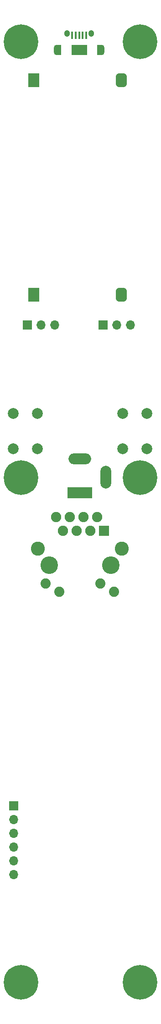
<source format=gbr>
%TF.GenerationSoftware,KiCad,Pcbnew,6.0.5-a6ca702e91~116~ubuntu20.04.1*%
%TF.CreationDate,2022-06-28T21:19:43+02:00*%
%TF.ProjectId,MCH-light,4d43482d-6c69-4676-9874-2e6b69636164,rev?*%
%TF.SameCoordinates,Original*%
%TF.FileFunction,Soldermask,Bot*%
%TF.FilePolarity,Negative*%
%FSLAX46Y46*%
G04 Gerber Fmt 4.6, Leading zero omitted, Abs format (unit mm)*
G04 Created by KiCad (PCBNEW 6.0.5-a6ca702e91~116~ubuntu20.04.1) date 2022-06-28 21:19:43*
%MOMM*%
%LPD*%
G01*
G04 APERTURE LIST*
G04 Aperture macros list*
%AMRoundRect*
0 Rectangle with rounded corners*
0 $1 Rounding radius*
0 $2 $3 $4 $5 $6 $7 $8 $9 X,Y pos of 4 corners*
0 Add a 4 corners polygon primitive as box body*
4,1,4,$2,$3,$4,$5,$6,$7,$8,$9,$2,$3,0*
0 Add four circle primitives for the rounded corners*
1,1,$1+$1,$2,$3*
1,1,$1+$1,$4,$5*
1,1,$1+$1,$6,$7*
1,1,$1+$1,$8,$9*
0 Add four rect primitives between the rounded corners*
20,1,$1+$1,$2,$3,$4,$5,0*
20,1,$1+$1,$4,$5,$6,$7,0*
20,1,$1+$1,$6,$7,$8,$9,0*
20,1,$1+$1,$8,$9,$2,$3,0*%
G04 Aperture macros list end*
%ADD10R,1.700000X1.700000*%
%ADD11O,1.700000X1.700000*%
%ADD12C,6.400000*%
%ADD13R,4.600000X2.000000*%
%ADD14O,4.200000X2.000000*%
%ADD15O,2.000000X4.200000*%
%ADD16RoundRect,0.500000X-0.500000X0.750000X-0.500000X-0.750000X0.500000X-0.750000X0.500000X0.750000X0*%
%ADD17R,2.000000X2.500000*%
%ADD18C,2.000000*%
%ADD19R,0.400000X1.350000*%
%ADD20R,0.875000X1.900000*%
%ADD21O,1.050000X1.250000*%
%ADD22O,1.000000X1.900000*%
%ADD23R,2.900000X1.900000*%
%ADD24C,3.250000*%
%ADD25C,2.600000*%
%ADD26C,1.890000*%
%ADD27R,1.900000X1.900000*%
%ADD28C,1.900000*%
G04 APERTURE END LIST*
D10*
%TO.C,J1*%
X117627000Y-162839000D03*
D11*
X117627000Y-165379000D03*
X117627000Y-167919000D03*
X117627000Y-170459000D03*
X117627000Y-172999000D03*
X117627000Y-175539000D03*
%TD*%
D12*
%TO.C,H1*%
X141104000Y-102197017D03*
%TD*%
D10*
%TO.C,J8*%
X134237820Y-73978017D03*
D11*
X136777820Y-73978017D03*
X139317820Y-73978017D03*
%TD*%
D12*
%TO.C,H5*%
X141104000Y-195415017D03*
%TD*%
D10*
%TO.C,J9*%
X120142000Y-73978017D03*
D11*
X122682000Y-73978017D03*
X125222000Y-73978017D03*
%TD*%
D12*
%TO.C,H6*%
X119006000Y-195415017D03*
%TD*%
%TO.C,H4*%
X141104000Y-21679017D03*
%TD*%
%TO.C,H3*%
X119005999Y-21679017D03*
%TD*%
%TO.C,H2*%
X119006000Y-102197017D03*
%TD*%
D13*
%TO.C,J2*%
X129936000Y-104991017D03*
D14*
X129936000Y-98691017D03*
D15*
X134736000Y-102091017D03*
%TD*%
D16*
%TO.C,U6*%
X137625000Y-28767000D03*
D17*
X121343000Y-28767000D03*
X121343000Y-68433000D03*
D16*
X137625000Y-68433000D03*
%TD*%
D18*
%TO.C,SW1*%
X142374000Y-90363017D03*
X142374000Y-96863017D03*
X137874000Y-90363017D03*
X137874000Y-96863017D03*
%TD*%
%TO.C,SW2*%
X122054000Y-90363017D03*
X122054000Y-96863017D03*
X117554000Y-90363017D03*
X117554000Y-96863017D03*
%TD*%
D19*
%TO.C,J5*%
X128494000Y-20506017D03*
X129144000Y-20506017D03*
X129794000Y-20506017D03*
X130444000Y-20506017D03*
X131094000Y-20506017D03*
D20*
X126056500Y-23181017D03*
D21*
X132019000Y-20181017D03*
D22*
X133969000Y-23181017D03*
D23*
X129794000Y-23181017D03*
D22*
X125619000Y-23181017D03*
D21*
X127569000Y-20181017D03*
D20*
X133531500Y-23181017D03*
%TD*%
D24*
%TO.C,J7*%
X124206000Y-118354000D03*
X135636000Y-118354000D03*
D25*
X137696000Y-115304000D03*
X122146000Y-115304000D03*
D26*
X123596000Y-121734000D03*
X126136000Y-123254000D03*
X133706000Y-121734000D03*
X136246000Y-123254000D03*
D27*
X134366000Y-112014000D03*
D28*
X133096000Y-109474000D03*
X131826000Y-112014000D03*
X130556000Y-109474000D03*
X129286000Y-112014000D03*
X128016000Y-109474000D03*
X126746000Y-112014000D03*
X125476000Y-109474000D03*
%TD*%
M02*

</source>
